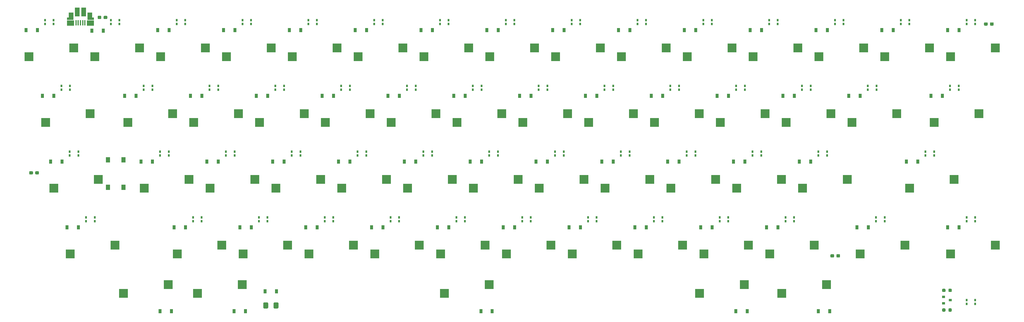
<source format=gbr>
%TF.GenerationSoftware,KiCad,Pcbnew,(5.1.9)-1*%
%TF.CreationDate,2021-11-21T10:50:56+09:00*%
%TF.ProjectId,main3,6d61696e-332e-46b6-9963-61645f706362,2*%
%TF.SameCoordinates,Original*%
%TF.FileFunction,Paste,Bot*%
%TF.FilePolarity,Positive*%
%FSLAX46Y46*%
G04 Gerber Fmt 4.6, Leading zero omitted, Abs format (unit mm)*
G04 Created by KiCad (PCBNEW (5.1.9)-1) date 2021-11-21 10:50:56*
%MOMM*%
%LPD*%
G01*
G04 APERTURE LIST*
%ADD10R,2.550000X2.500000*%
%ADD11R,0.900000X1.200000*%
%ADD12R,1.300000X1.550000*%
%ADD13R,0.900000X0.800000*%
%ADD14R,0.600000X0.700000*%
%ADD15R,1.350000X2.000000*%
%ADD16R,1.825000X0.700000*%
%ADD17R,2.000000X1.500000*%
%ADD18R,0.400000X1.650000*%
%ADD19R,1.430000X2.500000*%
G04 APERTURE END LIST*
D10*
%TO.C,KSW16*%
X90997500Y-130800000D03*
X78070500Y-133340000D03*
%TD*%
%TO.C,KSW57*%
X122071840Y-182870320D03*
X134998840Y-180330320D03*
%TD*%
%TO.C,KSW36*%
X214823000Y-149850000D03*
X201896000Y-152390000D03*
%TD*%
%TO.C,KSW28*%
X324360000Y-130800000D03*
X311433000Y-133340000D03*
%TD*%
%TO.C,KSW59*%
X267328280Y-182870160D03*
X280255280Y-180330160D03*
%TD*%
%TO.C,C4*%
G36*
G01*
X351376000Y-105063500D02*
X351376000Y-104588500D01*
G75*
G02*
X351613500Y-104351000I237500J0D01*
G01*
X352213500Y-104351000D01*
G75*
G02*
X352451000Y-104588500I0J-237500D01*
G01*
X352451000Y-105063500D01*
G75*
G02*
X352213500Y-105301000I-237500J0D01*
G01*
X351613500Y-105301000D01*
G75*
G02*
X351376000Y-105063500I0J237500D01*
G01*
G37*
G36*
G01*
X349651000Y-105063500D02*
X349651000Y-104588500D01*
G75*
G02*
X349888500Y-104351000I237500J0D01*
G01*
X350488500Y-104351000D01*
G75*
G02*
X350726000Y-104588500I0J-237500D01*
G01*
X350726000Y-105063500D01*
G75*
G02*
X350488500Y-105301000I-237500J0D01*
G01*
X349888500Y-105301000D01*
G75*
G02*
X349651000Y-105063500I0J237500D01*
G01*
G37*
%TD*%
%TO.C,C3*%
G36*
G01*
X74425000Y-147712500D02*
X74425000Y-148187500D01*
G75*
G02*
X74187500Y-148425000I-237500J0D01*
G01*
X73587500Y-148425000D01*
G75*
G02*
X73350000Y-148187500I0J237500D01*
G01*
X73350000Y-147712500D01*
G75*
G02*
X73587500Y-147475000I237500J0D01*
G01*
X74187500Y-147475000D01*
G75*
G02*
X74425000Y-147712500I0J-237500D01*
G01*
G37*
G36*
G01*
X76150000Y-147712500D02*
X76150000Y-148187500D01*
G75*
G02*
X75912500Y-148425000I-237500J0D01*
G01*
X75312500Y-148425000D01*
G75*
G02*
X75075000Y-148187500I0J237500D01*
G01*
X75075000Y-147712500D01*
G75*
G02*
X75312500Y-147475000I237500J0D01*
G01*
X75912500Y-147475000D01*
G75*
G02*
X76150000Y-147712500I0J-237500D01*
G01*
G37*
%TD*%
%TO.C,F1*%
G36*
G01*
X142504000Y-185753000D02*
X142504000Y-187003000D01*
G75*
G02*
X142254000Y-187253000I-250000J0D01*
G01*
X141329000Y-187253000D01*
G75*
G02*
X141079000Y-187003000I0J250000D01*
G01*
X141079000Y-185753000D01*
G75*
G02*
X141329000Y-185503000I250000J0D01*
G01*
X142254000Y-185503000D01*
G75*
G02*
X142504000Y-185753000I0J-250000D01*
G01*
G37*
G36*
G01*
X145479000Y-185753000D02*
X145479000Y-187003000D01*
G75*
G02*
X145229000Y-187253000I-250000J0D01*
G01*
X144304000Y-187253000D01*
G75*
G02*
X144054000Y-187003000I0J250000D01*
G01*
X144054000Y-185753000D01*
G75*
G02*
X144304000Y-185503000I250000J0D01*
G01*
X145229000Y-185503000D01*
G75*
G02*
X145479000Y-185753000I0J-250000D01*
G01*
G37*
%TD*%
D11*
%TO.C,DS1*%
X141629000Y-182314000D03*
X144929000Y-182314000D03*
%TD*%
%TO.C,C2*%
G36*
G01*
X94212500Y-102683500D02*
X94212500Y-103158500D01*
G75*
G02*
X93975000Y-103396000I-237500J0D01*
G01*
X93375000Y-103396000D01*
G75*
G02*
X93137500Y-103158500I0J237500D01*
G01*
X93137500Y-102683500D01*
G75*
G02*
X93375000Y-102446000I237500J0D01*
G01*
X93975000Y-102446000D01*
G75*
G02*
X94212500Y-102683500I0J-237500D01*
G01*
G37*
G36*
G01*
X95937500Y-102683500D02*
X95937500Y-103158500D01*
G75*
G02*
X95700000Y-103396000I-237500J0D01*
G01*
X95100000Y-103396000D01*
G75*
G02*
X94862500Y-103158500I0J237500D01*
G01*
X94862500Y-102683500D01*
G75*
G02*
X95100000Y-102446000I237500J0D01*
G01*
X95700000Y-102446000D01*
G75*
G02*
X95937500Y-102683500I0J-237500D01*
G01*
G37*
%TD*%
%TO.C,C1*%
G36*
G01*
X306925000Y-172237500D02*
X306925000Y-171762500D01*
G75*
G02*
X307162500Y-171525000I237500J0D01*
G01*
X307762500Y-171525000D01*
G75*
G02*
X308000000Y-171762500I0J-237500D01*
G01*
X308000000Y-172237500D01*
G75*
G02*
X307762500Y-172475000I-237500J0D01*
G01*
X307162500Y-172475000D01*
G75*
G02*
X306925000Y-172237500I0J237500D01*
G01*
G37*
G36*
G01*
X305200000Y-172237500D02*
X305200000Y-171762500D01*
G75*
G02*
X305437500Y-171525000I237500J0D01*
G01*
X306037500Y-171525000D01*
G75*
G02*
X306275000Y-171762500I0J-237500D01*
G01*
X306275000Y-172237500D01*
G75*
G02*
X306037500Y-172475000I-237500J0D01*
G01*
X305437500Y-172475000D01*
G75*
G02*
X305200000Y-172237500I0J237500D01*
G01*
G37*
%TD*%
D12*
%TO.C,RSW1*%
X96150000Y-144225000D03*
X100650000Y-144225000D03*
X100650000Y-152175000D03*
X96150000Y-152175000D03*
%TD*%
%TO.C,R2*%
G36*
G01*
X338504000Y-187462500D02*
X338504000Y-187937500D01*
G75*
G02*
X338266500Y-188175000I-237500J0D01*
G01*
X337766500Y-188175000D01*
G75*
G02*
X337529000Y-187937500I0J237500D01*
G01*
X337529000Y-187462500D01*
G75*
G02*
X337766500Y-187225000I237500J0D01*
G01*
X338266500Y-187225000D01*
G75*
G02*
X338504000Y-187462500I0J-237500D01*
G01*
G37*
G36*
G01*
X340329000Y-187462500D02*
X340329000Y-187937500D01*
G75*
G02*
X340091500Y-188175000I-237500J0D01*
G01*
X339591500Y-188175000D01*
G75*
G02*
X339354000Y-187937500I0J237500D01*
G01*
X339354000Y-187462500D01*
G75*
G02*
X339591500Y-187225000I237500J0D01*
G01*
X340091500Y-187225000D01*
G75*
G02*
X340329000Y-187462500I0J-237500D01*
G01*
G37*
%TD*%
%TO.C,R1*%
G36*
G01*
X338504000Y-181762500D02*
X338504000Y-182237500D01*
G75*
G02*
X338266500Y-182475000I-237500J0D01*
G01*
X337766500Y-182475000D01*
G75*
G02*
X337529000Y-182237500I0J237500D01*
G01*
X337529000Y-181762500D01*
G75*
G02*
X337766500Y-181525000I237500J0D01*
G01*
X338266500Y-181525000D01*
G75*
G02*
X338504000Y-181762500I0J-237500D01*
G01*
G37*
G36*
G01*
X340329000Y-181762500D02*
X340329000Y-182237500D01*
G75*
G02*
X340091500Y-182475000I-237500J0D01*
G01*
X339591500Y-182475000D01*
G75*
G02*
X339354000Y-182237500I0J237500D01*
G01*
X339354000Y-181762500D01*
G75*
G02*
X339591500Y-181525000I237500J0D01*
G01*
X340091500Y-181525000D01*
G75*
G02*
X340329000Y-181762500I0J-237500D01*
G01*
G37*
%TD*%
D13*
%TO.C,Q1*%
X339929000Y-184845000D03*
X337929000Y-183895000D03*
X337929000Y-185795000D03*
%TD*%
D14*
%TO.C,LED56*%
X344600000Y-103700000D03*
X344600000Y-104800000D03*
X347100000Y-104800000D03*
X347100000Y-103700000D03*
%TD*%
%TO.C,LED55*%
X325550000Y-103700000D03*
X325550000Y-104800000D03*
X328050000Y-104800000D03*
X328050000Y-103700000D03*
%TD*%
%TO.C,LED54*%
X306500000Y-103700000D03*
X306500000Y-104800000D03*
X309000000Y-104800000D03*
X309000000Y-103700000D03*
%TD*%
%TO.C,LED53*%
X287450000Y-103700000D03*
X287450000Y-104800000D03*
X289950000Y-104800000D03*
X289950000Y-103700000D03*
%TD*%
%TO.C,LED52*%
X268400000Y-103700000D03*
X268400000Y-104800000D03*
X270900000Y-104800000D03*
X270900000Y-103700000D03*
%TD*%
%TO.C,LED51*%
X249350000Y-103700000D03*
X249350000Y-104800000D03*
X251850000Y-104800000D03*
X251850000Y-103700000D03*
%TD*%
%TO.C,LED50*%
X230300000Y-103700000D03*
X230300000Y-104800000D03*
X232800000Y-104800000D03*
X232800000Y-103700000D03*
%TD*%
%TO.C,LED49*%
X211250000Y-103700000D03*
X211250000Y-104800000D03*
X213750000Y-104800000D03*
X213750000Y-103700000D03*
%TD*%
%TO.C,LED48*%
X192200000Y-103700000D03*
X192200000Y-104800000D03*
X194700000Y-104800000D03*
X194700000Y-103700000D03*
%TD*%
%TO.C,LED47*%
X173150000Y-103700000D03*
X173150000Y-104800000D03*
X175650000Y-104800000D03*
X175650000Y-103700000D03*
%TD*%
%TO.C,LED46*%
X154100000Y-103700000D03*
X154100000Y-104800000D03*
X156600000Y-104800000D03*
X156600000Y-103700000D03*
%TD*%
%TO.C,LED45*%
X135050000Y-103700000D03*
X135050000Y-104800000D03*
X137550000Y-104800000D03*
X137550000Y-103700000D03*
%TD*%
%TO.C,LED44*%
X116000000Y-103700000D03*
X116000000Y-104800000D03*
X118500000Y-104800000D03*
X118500000Y-103700000D03*
%TD*%
%TO.C,LED43*%
X96950000Y-103700000D03*
X96950000Y-104800000D03*
X99450000Y-104800000D03*
X99450000Y-103700000D03*
%TD*%
%TO.C,LED42*%
X77900000Y-103700000D03*
X77900000Y-104800000D03*
X80400000Y-104800000D03*
X80400000Y-103700000D03*
%TD*%
%TO.C,LED41*%
X85162500Y-123850000D03*
X85162500Y-122750000D03*
X82662500Y-122750000D03*
X82662500Y-123850000D03*
%TD*%
%TO.C,LED40*%
X108975000Y-123850000D03*
X108975000Y-122750000D03*
X106475000Y-122750000D03*
X106475000Y-123850000D03*
%TD*%
%TO.C,LED39*%
X128025000Y-123850000D03*
X128025000Y-122750000D03*
X125525000Y-122750000D03*
X125525000Y-123850000D03*
%TD*%
%TO.C,LED38*%
X147075000Y-123850000D03*
X147075000Y-122750000D03*
X144575000Y-122750000D03*
X144575000Y-123850000D03*
%TD*%
%TO.C,LED37*%
X166125000Y-123850000D03*
X166125000Y-122750000D03*
X163625000Y-122750000D03*
X163625000Y-123850000D03*
%TD*%
%TO.C,LED36*%
X185175000Y-123850000D03*
X185175000Y-122750000D03*
X182675000Y-122750000D03*
X182675000Y-123850000D03*
%TD*%
%TO.C,LED35*%
X204225000Y-123850000D03*
X204225000Y-122750000D03*
X201725000Y-122750000D03*
X201725000Y-123850000D03*
%TD*%
%TO.C,LED34*%
X223275000Y-123850000D03*
X223275000Y-122750000D03*
X220775000Y-122750000D03*
X220775000Y-123850000D03*
%TD*%
%TO.C,LED33*%
X242325000Y-123850000D03*
X242325000Y-122750000D03*
X239825000Y-122750000D03*
X239825000Y-123850000D03*
%TD*%
%TO.C,LED32*%
X261375000Y-123850000D03*
X261375000Y-122750000D03*
X258875000Y-122750000D03*
X258875000Y-123850000D03*
%TD*%
%TO.C,LED31*%
X280425000Y-123850000D03*
X280425000Y-122750000D03*
X277925000Y-122750000D03*
X277925000Y-123850000D03*
%TD*%
%TO.C,LED30*%
X299475000Y-123850000D03*
X299475000Y-122750000D03*
X296975000Y-122750000D03*
X296975000Y-123850000D03*
%TD*%
%TO.C,LED29*%
X318525000Y-123850000D03*
X318525000Y-122750000D03*
X316025000Y-122750000D03*
X316025000Y-123850000D03*
%TD*%
%TO.C,LED28*%
X342338000Y-123850000D03*
X342338000Y-122750000D03*
X339838000Y-122750000D03*
X339838000Y-123850000D03*
%TD*%
%TO.C,LED27*%
X332694000Y-141800000D03*
X332694000Y-142900000D03*
X335194000Y-142900000D03*
X335194000Y-141800000D03*
%TD*%
%TO.C,LED26*%
X301738000Y-141800000D03*
X301738000Y-142900000D03*
X304238000Y-142900000D03*
X304238000Y-141800000D03*
%TD*%
%TO.C,LED25*%
X282688000Y-141800000D03*
X282688000Y-142900000D03*
X285188000Y-142900000D03*
X285188000Y-141800000D03*
%TD*%
%TO.C,LED24*%
X263638000Y-141800000D03*
X263638000Y-142900000D03*
X266138000Y-142900000D03*
X266138000Y-141800000D03*
%TD*%
%TO.C,LED23*%
X244588000Y-141800000D03*
X244588000Y-142900000D03*
X247088000Y-142900000D03*
X247088000Y-141800000D03*
%TD*%
%TO.C,LED22*%
X225538000Y-141800000D03*
X225538000Y-142900000D03*
X228038000Y-142900000D03*
X228038000Y-141800000D03*
%TD*%
%TO.C,LED21*%
X206488000Y-141800000D03*
X206488000Y-142900000D03*
X208988000Y-142900000D03*
X208988000Y-141800000D03*
%TD*%
%TO.C,LED20*%
X187438000Y-141800000D03*
X187438000Y-142900000D03*
X189938000Y-142900000D03*
X189938000Y-141800000D03*
%TD*%
%TO.C,LED19*%
X168388000Y-141800000D03*
X168388000Y-142900000D03*
X170888000Y-142900000D03*
X170888000Y-141800000D03*
%TD*%
%TO.C,LED18*%
X149338000Y-141800000D03*
X149338000Y-142900000D03*
X151838000Y-142900000D03*
X151838000Y-141800000D03*
%TD*%
%TO.C,LED17*%
X130288000Y-141800000D03*
X130288000Y-142900000D03*
X132788000Y-142900000D03*
X132788000Y-141800000D03*
%TD*%
%TO.C,LED16*%
X111238000Y-141800000D03*
X111238000Y-142900000D03*
X113738000Y-142900000D03*
X113738000Y-141800000D03*
%TD*%
%TO.C,LED15*%
X85043800Y-141800000D03*
X85043800Y-142900000D03*
X87543800Y-142900000D03*
X87543800Y-141800000D03*
%TD*%
%TO.C,LED14*%
X92306200Y-161950000D03*
X92306200Y-160850000D03*
X89806200Y-160850000D03*
X89806200Y-161950000D03*
%TD*%
%TO.C,LED13*%
X123262000Y-161950000D03*
X123262000Y-160850000D03*
X120762000Y-160850000D03*
X120762000Y-161950000D03*
%TD*%
%TO.C,LED12*%
X142312000Y-161950000D03*
X142312000Y-160850000D03*
X139812000Y-160850000D03*
X139812000Y-161950000D03*
%TD*%
%TO.C,LED11*%
X161362000Y-161950000D03*
X161362000Y-160850000D03*
X158862000Y-160850000D03*
X158862000Y-161950000D03*
%TD*%
%TO.C,LED10*%
X180412000Y-161950000D03*
X180412000Y-160850000D03*
X177912000Y-160850000D03*
X177912000Y-161950000D03*
%TD*%
%TO.C,LED9*%
X199462000Y-161950000D03*
X199462000Y-160850000D03*
X196962000Y-160850000D03*
X196962000Y-161950000D03*
%TD*%
%TO.C,LED8*%
X218512000Y-161950000D03*
X218512000Y-160850000D03*
X216012000Y-160850000D03*
X216012000Y-161950000D03*
%TD*%
%TO.C,LED7*%
X237562000Y-161950000D03*
X237562000Y-160850000D03*
X235062000Y-160850000D03*
X235062000Y-161950000D03*
%TD*%
%TO.C,LED6*%
X256612000Y-161950000D03*
X256612000Y-160850000D03*
X254112000Y-160850000D03*
X254112000Y-161950000D03*
%TD*%
%TO.C,LED5*%
X275662000Y-161950000D03*
X275662000Y-160850000D03*
X273162000Y-160850000D03*
X273162000Y-161950000D03*
%TD*%
%TO.C,LED4*%
X294712000Y-161950000D03*
X294712000Y-160850000D03*
X292212000Y-160850000D03*
X292212000Y-161950000D03*
%TD*%
%TO.C,LED3*%
X320906000Y-161950000D03*
X320906000Y-160850000D03*
X318406000Y-160850000D03*
X318406000Y-161950000D03*
%TD*%
%TO.C,LED2*%
X347100000Y-161950000D03*
X347100000Y-160850000D03*
X344600000Y-160850000D03*
X344600000Y-161950000D03*
%TD*%
%TO.C,LED1*%
X344601000Y-184860000D03*
X344601000Y-185960000D03*
X347101000Y-185960000D03*
X347101000Y-184860000D03*
%TD*%
D10*
%TO.C,KSW60*%
X291141760Y-182870320D03*
X304068760Y-180330320D03*
%TD*%
%TO.C,KSW58*%
X193509440Y-182870320D03*
X206436440Y-180330320D03*
%TD*%
%TO.C,KSW56*%
X100640160Y-182870320D03*
X113567160Y-180330320D03*
%TD*%
%TO.C,KSW55*%
X352935000Y-168900000D03*
X340008000Y-171440000D03*
%TD*%
%TO.C,KSW54*%
X326741000Y-168900000D03*
X313814000Y-171440000D03*
%TD*%
%TO.C,KSW53*%
X300547000Y-168900000D03*
X287620000Y-171440000D03*
%TD*%
%TO.C,KSW52*%
X281497000Y-168900000D03*
X268570000Y-171440000D03*
%TD*%
%TO.C,KSW51*%
X262447000Y-168900000D03*
X249520000Y-171440000D03*
%TD*%
%TO.C,KSW50*%
X243397000Y-168900000D03*
X230470000Y-171440000D03*
%TD*%
%TO.C,KSW49*%
X224347000Y-168900000D03*
X211420000Y-171440000D03*
%TD*%
%TO.C,KSW48*%
X205297000Y-168900000D03*
X192370000Y-171440000D03*
%TD*%
%TO.C,KSW47*%
X186247000Y-168900000D03*
X173320000Y-171440000D03*
%TD*%
%TO.C,KSW46*%
X167197000Y-168900000D03*
X154270000Y-171440000D03*
%TD*%
%TO.C,KSW45*%
X148147000Y-168900000D03*
X135220000Y-171440000D03*
%TD*%
%TO.C,KSW44*%
X129097000Y-168900000D03*
X116170000Y-171440000D03*
%TD*%
%TO.C,KSW43*%
X98141200Y-168900000D03*
X85214200Y-171440000D03*
%TD*%
%TO.C,KSW42*%
X341029000Y-149850000D03*
X328102000Y-152390000D03*
%TD*%
%TO.C,KSW41*%
X310073000Y-149850000D03*
X297146000Y-152390000D03*
%TD*%
%TO.C,KSW40*%
X291023000Y-149850000D03*
X278096000Y-152390000D03*
%TD*%
%TO.C,KSW39*%
X271973000Y-149850000D03*
X259046000Y-152390000D03*
%TD*%
%TO.C,KSW38*%
X252923000Y-149850000D03*
X239996000Y-152390000D03*
%TD*%
%TO.C,KSW37*%
X233873000Y-149850000D03*
X220946000Y-152390000D03*
%TD*%
%TO.C,KSW35*%
X195773000Y-149850000D03*
X182846000Y-152390000D03*
%TD*%
%TO.C,KSW34*%
X176723000Y-149850000D03*
X163796000Y-152390000D03*
%TD*%
%TO.C,KSW33*%
X157673000Y-149850000D03*
X144746000Y-152390000D03*
%TD*%
%TO.C,KSW32*%
X138623000Y-149850000D03*
X125696000Y-152390000D03*
%TD*%
%TO.C,KSW31*%
X119573000Y-149850000D03*
X106646000Y-152390000D03*
%TD*%
%TO.C,KSW30*%
X93378800Y-149850000D03*
X80451800Y-152390000D03*
%TD*%
%TO.C,KSW29*%
X348173000Y-130800000D03*
X335246000Y-133340000D03*
%TD*%
%TO.C,KSW27*%
X305310000Y-130800000D03*
X292383000Y-133340000D03*
%TD*%
%TO.C,KSW26*%
X286260000Y-130800000D03*
X273333000Y-133340000D03*
%TD*%
%TO.C,KSW25*%
X267210000Y-130800000D03*
X254283000Y-133340000D03*
%TD*%
%TO.C,KSW24*%
X248160000Y-130800000D03*
X235233000Y-133340000D03*
%TD*%
%TO.C,KSW23*%
X229110000Y-130800000D03*
X216183000Y-133340000D03*
%TD*%
%TO.C,KSW22*%
X210060000Y-130800000D03*
X197133000Y-133340000D03*
%TD*%
%TO.C,KSW21*%
X191010000Y-130800000D03*
X178083000Y-133340000D03*
%TD*%
%TO.C,KSW20*%
X171960000Y-130800000D03*
X159033000Y-133340000D03*
%TD*%
%TO.C,KSW19*%
X152910000Y-130800000D03*
X139983000Y-133340000D03*
%TD*%
%TO.C,KSW18*%
X133860000Y-130800000D03*
X120933000Y-133340000D03*
%TD*%
%TO.C,KSW17*%
X114810000Y-130800000D03*
X101883000Y-133340000D03*
%TD*%
%TO.C,KSW15*%
X352935000Y-111750000D03*
X340008000Y-114290000D03*
%TD*%
%TO.C,KSW14*%
X333885000Y-111750000D03*
X320958000Y-114290000D03*
%TD*%
%TO.C,KSW13*%
X314835000Y-111750000D03*
X301908000Y-114290000D03*
%TD*%
%TO.C,KSW12*%
X295785000Y-111750000D03*
X282858000Y-114290000D03*
%TD*%
%TO.C,KSW11*%
X276735000Y-111750000D03*
X263808000Y-114290000D03*
%TD*%
%TO.C,KSW10*%
X257685000Y-111750000D03*
X244758000Y-114290000D03*
%TD*%
%TO.C,KSW9*%
X238635000Y-111750000D03*
X225708000Y-114290000D03*
%TD*%
%TO.C,KSW8*%
X219585000Y-111750000D03*
X206658000Y-114290000D03*
%TD*%
%TO.C,KSW7*%
X200535000Y-111750000D03*
X187608000Y-114290000D03*
%TD*%
%TO.C,KSW6*%
X181485000Y-111750000D03*
X168558000Y-114290000D03*
%TD*%
%TO.C,KSW5*%
X162435000Y-111750000D03*
X149508000Y-114290000D03*
%TD*%
%TO.C,KSW4*%
X143385000Y-111750000D03*
X130458000Y-114290000D03*
%TD*%
%TO.C,KSW3*%
X124335000Y-111750000D03*
X111408000Y-114290000D03*
%TD*%
%TO.C,KSW2*%
X105285000Y-111750000D03*
X92358000Y-114290000D03*
%TD*%
%TO.C,KSW1*%
X86235000Y-111750000D03*
X73308000Y-114290000D03*
%TD*%
D15*
%TO.C,J1*%
X90925000Y-102515000D03*
X85445000Y-102515000D03*
D16*
X85225000Y-103265000D03*
X91175000Y-103265000D03*
D17*
X85325000Y-104565000D03*
X91075000Y-104585000D03*
D18*
X86875000Y-104465000D03*
X87525000Y-104465000D03*
X88175000Y-104465000D03*
X88825000Y-104465000D03*
X89475000Y-104465000D03*
D19*
X87215000Y-101315000D03*
X89135000Y-101315000D03*
%TD*%
D11*
%TO.C,D60*%
X301676760Y-188010320D03*
X304976760Y-188010320D03*
%TD*%
%TO.C,D59*%
X277864560Y-188010320D03*
X281164560Y-188010320D03*
%TD*%
%TO.C,D58*%
X204044440Y-188010320D03*
X207344440Y-188010320D03*
%TD*%
%TO.C,D57*%
X132606840Y-188010320D03*
X135906840Y-188010320D03*
%TD*%
%TO.C,D56*%
X111175160Y-188010320D03*
X114475160Y-188010320D03*
%TD*%
%TO.C,D55*%
X339100000Y-163760000D03*
X342400000Y-163760000D03*
%TD*%
%TO.C,D54*%
X312906000Y-163760000D03*
X316206000Y-163760000D03*
%TD*%
%TO.C,D53*%
X286712000Y-163760000D03*
X290012000Y-163760000D03*
%TD*%
%TO.C,D52*%
X267662000Y-163760000D03*
X270962000Y-163760000D03*
%TD*%
%TO.C,D51*%
X248612000Y-163760000D03*
X251912000Y-163760000D03*
%TD*%
%TO.C,D50*%
X229562000Y-163760000D03*
X232862000Y-163760000D03*
%TD*%
%TO.C,D49*%
X210512000Y-163760000D03*
X213812000Y-163760000D03*
%TD*%
%TO.C,D48*%
X191462000Y-163760000D03*
X194762000Y-163760000D03*
%TD*%
%TO.C,D47*%
X172412000Y-163760000D03*
X175712000Y-163760000D03*
%TD*%
%TO.C,D46*%
X153362000Y-163760000D03*
X156662000Y-163760000D03*
%TD*%
%TO.C,D45*%
X134312000Y-163760000D03*
X137612000Y-163760000D03*
%TD*%
%TO.C,D44*%
X115262000Y-163760000D03*
X118562000Y-163760000D03*
%TD*%
%TO.C,D43*%
X84306200Y-163760000D03*
X87606200Y-163760000D03*
%TD*%
%TO.C,D42*%
X327194000Y-144710000D03*
X330494000Y-144710000D03*
%TD*%
%TO.C,D41*%
X296238000Y-144710000D03*
X299538000Y-144710000D03*
%TD*%
%TO.C,D40*%
X277188000Y-144710000D03*
X280488000Y-144710000D03*
%TD*%
%TO.C,D39*%
X258138000Y-144710000D03*
X261438000Y-144710000D03*
%TD*%
%TO.C,D38*%
X239088000Y-144710000D03*
X242388000Y-144710000D03*
%TD*%
%TO.C,D37*%
X220038000Y-144710000D03*
X223338000Y-144710000D03*
%TD*%
%TO.C,D36*%
X200988000Y-144710000D03*
X204288000Y-144710000D03*
%TD*%
%TO.C,D35*%
X181938000Y-144710000D03*
X185238000Y-144710000D03*
%TD*%
%TO.C,D34*%
X162888000Y-144710000D03*
X166188000Y-144710000D03*
%TD*%
%TO.C,D33*%
X143838000Y-144710000D03*
X147138000Y-144710000D03*
%TD*%
%TO.C,D32*%
X124788000Y-144710000D03*
X128088000Y-144710000D03*
%TD*%
%TO.C,D31*%
X105738000Y-144710000D03*
X109038000Y-144710000D03*
%TD*%
%TO.C,D30*%
X79543800Y-144710000D03*
X82843800Y-144710000D03*
%TD*%
%TO.C,D29*%
X334338000Y-125660000D03*
X337638000Y-125660000D03*
%TD*%
%TO.C,D28*%
X310525000Y-125660000D03*
X313825000Y-125660000D03*
%TD*%
%TO.C,D27*%
X291475000Y-125660000D03*
X294775000Y-125660000D03*
%TD*%
%TO.C,D26*%
X272425000Y-125660000D03*
X275725000Y-125660000D03*
%TD*%
%TO.C,D25*%
X253375000Y-125660000D03*
X256675000Y-125660000D03*
%TD*%
%TO.C,D24*%
X234325000Y-125660000D03*
X237625000Y-125660000D03*
%TD*%
%TO.C,D23*%
X215275000Y-125660000D03*
X218575000Y-125660000D03*
%TD*%
%TO.C,D22*%
X196225000Y-125660000D03*
X199525000Y-125660000D03*
%TD*%
%TO.C,D21*%
X177175000Y-125660000D03*
X180475000Y-125660000D03*
%TD*%
%TO.C,D20*%
X158125000Y-125660000D03*
X161425000Y-125660000D03*
%TD*%
%TO.C,D19*%
X139075000Y-125660000D03*
X142375000Y-125660000D03*
%TD*%
%TO.C,D18*%
X120025000Y-125660000D03*
X123325000Y-125660000D03*
%TD*%
%TO.C,D17*%
X100975000Y-125660000D03*
X104275000Y-125660000D03*
%TD*%
%TO.C,D16*%
X77162500Y-125660000D03*
X80462500Y-125660000D03*
%TD*%
%TO.C,D15*%
X339100000Y-106610000D03*
X342400000Y-106610000D03*
%TD*%
%TO.C,D14*%
X320050000Y-106610000D03*
X323350000Y-106610000D03*
%TD*%
%TO.C,D13*%
X301000000Y-106610000D03*
X304300000Y-106610000D03*
%TD*%
%TO.C,D12*%
X281950000Y-106610000D03*
X285250000Y-106610000D03*
%TD*%
%TO.C,D11*%
X262900000Y-106610000D03*
X266200000Y-106610000D03*
%TD*%
%TO.C,D10*%
X243850000Y-106610000D03*
X247150000Y-106610000D03*
%TD*%
%TO.C,D9*%
X224800000Y-106610000D03*
X228100000Y-106610000D03*
%TD*%
%TO.C,D8*%
X205750000Y-106610000D03*
X209050000Y-106610000D03*
%TD*%
%TO.C,D7*%
X186700000Y-106610000D03*
X190000000Y-106610000D03*
%TD*%
%TO.C,D6*%
X167650000Y-106610000D03*
X170950000Y-106610000D03*
%TD*%
%TO.C,D5*%
X148600000Y-106610000D03*
X151900000Y-106610000D03*
%TD*%
%TO.C,D4*%
X129550000Y-106610000D03*
X132850000Y-106610000D03*
%TD*%
%TO.C,D3*%
X110500000Y-106610000D03*
X113800000Y-106610000D03*
%TD*%
%TO.C,D2*%
X91450000Y-106797000D03*
X94750000Y-106797000D03*
%TD*%
%TO.C,D1*%
X72400000Y-106610000D03*
X75700000Y-106610000D03*
%TD*%
M02*

</source>
